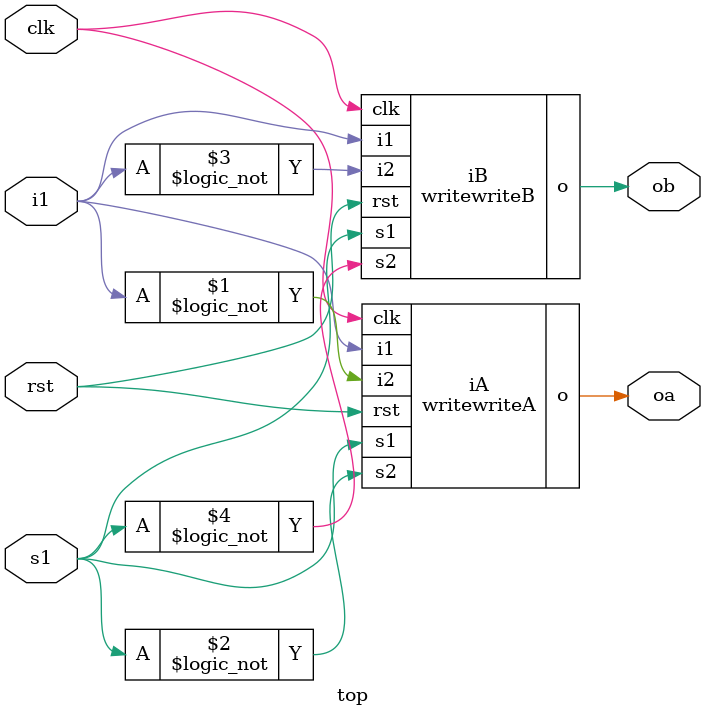
<source format=v>
module writewriteB(input clk, rst, i1, i2, s1, s2, output o);
    reg o0,o1,o2;
    assign o = o0 ^ o1 ^ o2 ;
    always @(posedge clk) if(rst) o0 = 0;
    always @(posedge clk) if(!rst && s1) o1 = i1;
    always @(posedge clk) if(!rst && s2) o2 = i2;
endmodule
module writewriteA(input clk, rst, i1, i2, s1, s2, output o);
    reg o;
    always @(posedge clk) if(rst) o = 0;
    always @(posedge clk) if(!rst && s1) o = i1;
    always @(posedge clk) if(!rst && s2) o = i2;
endmodule

module top(input clk, rst, i1, s1, output oa,ob);
    writewriteA iA(clk, rst, i1, !i1, s1, !s1, oa);
    writewriteB iB(clk, rst, i1, !i1, s1, !s1, ob);
endmodule

</source>
